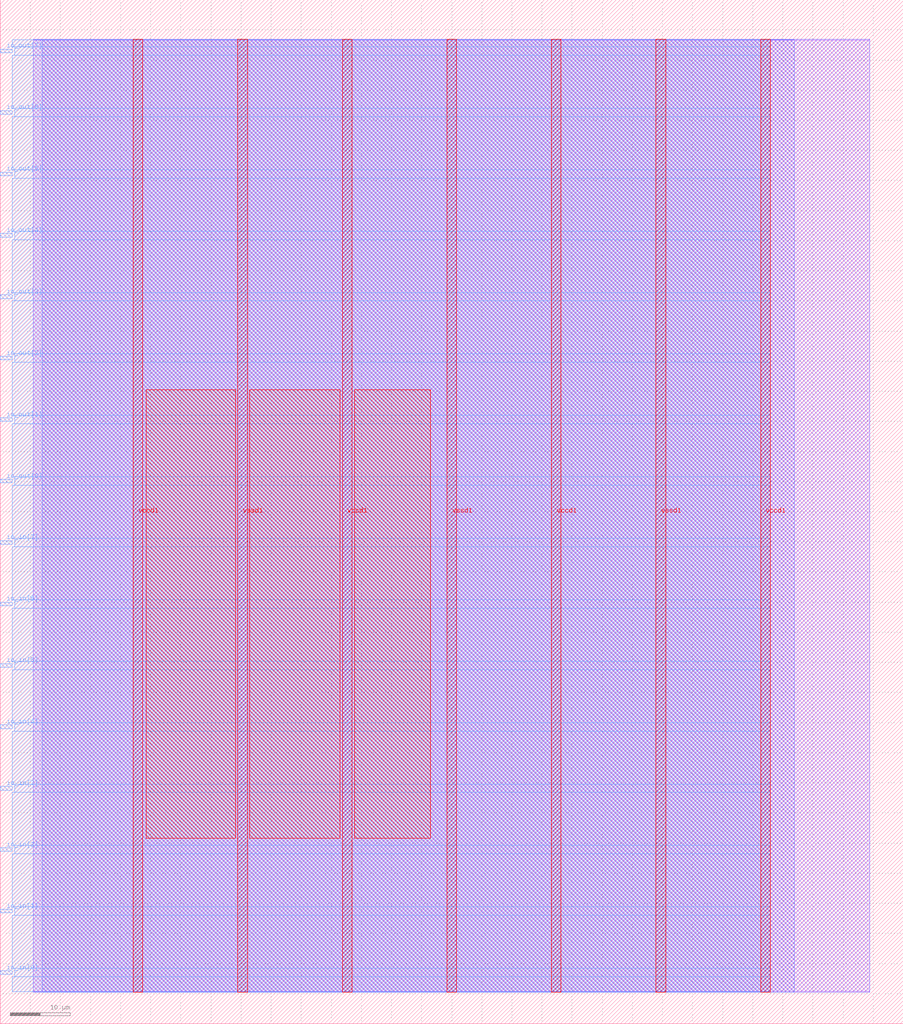
<source format=lef>
VERSION 5.7 ;
  NOWIREEXTENSIONATPIN ON ;
  DIVIDERCHAR "/" ;
  BUSBITCHARS "[]" ;
MACRO wren6991_whisk_tt2_io_wrapper
  CLASS BLOCK ;
  FOREIGN wren6991_whisk_tt2_io_wrapper ;
  ORIGIN 0.000 0.000 ;
  SIZE 150.000 BY 170.000 ;
  PIN io_in[0]
    DIRECTION INPUT ;
    USE SIGNAL ;
    PORT
      LAYER met3 ;
        RECT 0.000 8.200 2.000 8.800 ;
    END
  END io_in[0]
  PIN io_in[1]
    DIRECTION INPUT ;
    USE SIGNAL ;
    PORT
      LAYER met3 ;
        RECT 0.000 18.400 2.000 19.000 ;
    END
  END io_in[1]
  PIN io_in[2]
    DIRECTION INPUT ;
    USE SIGNAL ;
    PORT
      LAYER met3 ;
        RECT 0.000 28.600 2.000 29.200 ;
    END
  END io_in[2]
  PIN io_in[3]
    DIRECTION INPUT ;
    USE SIGNAL ;
    PORT
      LAYER met3 ;
        RECT 0.000 38.800 2.000 39.400 ;
    END
  END io_in[3]
  PIN io_in[4]
    DIRECTION INPUT ;
    USE SIGNAL ;
    PORT
      LAYER met3 ;
        RECT 0.000 49.000 2.000 49.600 ;
    END
  END io_in[4]
  PIN io_in[5]
    DIRECTION INPUT ;
    USE SIGNAL ;
    PORT
      LAYER met3 ;
        RECT 0.000 59.200 2.000 59.800 ;
    END
  END io_in[5]
  PIN io_in[6]
    DIRECTION INPUT ;
    USE SIGNAL ;
    PORT
      LAYER met3 ;
        RECT 0.000 69.400 2.000 70.000 ;
    END
  END io_in[6]
  PIN io_in[7]
    DIRECTION INPUT ;
    USE SIGNAL ;
    PORT
      LAYER met3 ;
        RECT 0.000 79.600 2.000 80.200 ;
    END
  END io_in[7]
  PIN io_out[0]
    DIRECTION OUTPUT TRISTATE ;
    USE SIGNAL ;
    PORT
      LAYER met3 ;
        RECT 0.000 89.800 2.000 90.400 ;
    END
  END io_out[0]
  PIN io_out[1]
    DIRECTION OUTPUT TRISTATE ;
    USE SIGNAL ;
    PORT
      LAYER met3 ;
        RECT 0.000 100.000 2.000 100.600 ;
    END
  END io_out[1]
  PIN io_out[2]
    DIRECTION OUTPUT TRISTATE ;
    USE SIGNAL ;
    PORT
      LAYER met3 ;
        RECT 0.000 110.200 2.000 110.800 ;
    END
  END io_out[2]
  PIN io_out[3]
    DIRECTION OUTPUT TRISTATE ;
    USE SIGNAL ;
    PORT
      LAYER met3 ;
        RECT 0.000 120.400 2.000 121.000 ;
    END
  END io_out[3]
  PIN io_out[4]
    DIRECTION OUTPUT TRISTATE ;
    USE SIGNAL ;
    PORT
      LAYER met3 ;
        RECT 0.000 130.600 2.000 131.200 ;
    END
  END io_out[4]
  PIN io_out[5]
    DIRECTION OUTPUT TRISTATE ;
    USE SIGNAL ;
    PORT
      LAYER met3 ;
        RECT 0.000 140.800 2.000 141.400 ;
    END
  END io_out[5]
  PIN io_out[6]
    DIRECTION OUTPUT TRISTATE ;
    USE SIGNAL ;
    PORT
      LAYER met3 ;
        RECT 0.000 151.000 2.000 151.600 ;
    END
  END io_out[6]
  PIN io_out[7]
    DIRECTION OUTPUT TRISTATE ;
    USE SIGNAL ;
    PORT
      LAYER met3 ;
        RECT 0.000 161.200 2.000 161.800 ;
    END
  END io_out[7]
  PIN vccd1
    DIRECTION INOUT ;
    USE POWER ;
    PORT
      LAYER met4 ;
        RECT 22.090 5.200 23.690 163.440 ;
    END
    PORT
      LAYER met4 ;
        RECT 56.830 5.200 58.430 163.440 ;
    END
    PORT
      LAYER met4 ;
        RECT 91.570 5.200 93.170 163.440 ;
    END
    PORT
      LAYER met4 ;
        RECT 126.310 5.200 127.910 163.440 ;
    END
  END vccd1
  PIN vssd1
    DIRECTION INOUT ;
    USE GROUND ;
    PORT
      LAYER met4 ;
        RECT 39.460 5.200 41.060 163.440 ;
    END
    PORT
      LAYER met4 ;
        RECT 74.200 5.200 75.800 163.440 ;
    END
    PORT
      LAYER met4 ;
        RECT 108.940 5.200 110.540 163.440 ;
    END
  END vssd1
  OBS
      LAYER li1 ;
        RECT 5.520 5.355 144.440 163.285 ;
      LAYER met1 ;
        RECT 5.520 5.200 144.440 163.440 ;
      LAYER met2 ;
        RECT 6.990 5.255 131.920 163.385 ;
      LAYER met3 ;
        RECT 2.000 162.200 127.900 163.365 ;
        RECT 2.400 160.800 127.900 162.200 ;
        RECT 2.000 152.000 127.900 160.800 ;
        RECT 2.400 150.600 127.900 152.000 ;
        RECT 2.000 141.800 127.900 150.600 ;
        RECT 2.400 140.400 127.900 141.800 ;
        RECT 2.000 131.600 127.900 140.400 ;
        RECT 2.400 130.200 127.900 131.600 ;
        RECT 2.000 121.400 127.900 130.200 ;
        RECT 2.400 120.000 127.900 121.400 ;
        RECT 2.000 111.200 127.900 120.000 ;
        RECT 2.400 109.800 127.900 111.200 ;
        RECT 2.000 101.000 127.900 109.800 ;
        RECT 2.400 99.600 127.900 101.000 ;
        RECT 2.000 90.800 127.900 99.600 ;
        RECT 2.400 89.400 127.900 90.800 ;
        RECT 2.000 80.600 127.900 89.400 ;
        RECT 2.400 79.200 127.900 80.600 ;
        RECT 2.000 70.400 127.900 79.200 ;
        RECT 2.400 69.000 127.900 70.400 ;
        RECT 2.000 60.200 127.900 69.000 ;
        RECT 2.400 58.800 127.900 60.200 ;
        RECT 2.000 50.000 127.900 58.800 ;
        RECT 2.400 48.600 127.900 50.000 ;
        RECT 2.000 39.800 127.900 48.600 ;
        RECT 2.400 38.400 127.900 39.800 ;
        RECT 2.000 29.600 127.900 38.400 ;
        RECT 2.400 28.200 127.900 29.600 ;
        RECT 2.000 19.400 127.900 28.200 ;
        RECT 2.400 18.000 127.900 19.400 ;
        RECT 2.000 9.200 127.900 18.000 ;
        RECT 2.400 7.800 127.900 9.200 ;
        RECT 2.000 5.275 127.900 7.800 ;
      LAYER met4 ;
        RECT 24.215 30.775 39.060 105.225 ;
        RECT 41.460 30.775 56.430 105.225 ;
        RECT 58.830 30.775 71.465 105.225 ;
  END
END wren6991_whisk_tt2_io_wrapper
END LIBRARY


</source>
